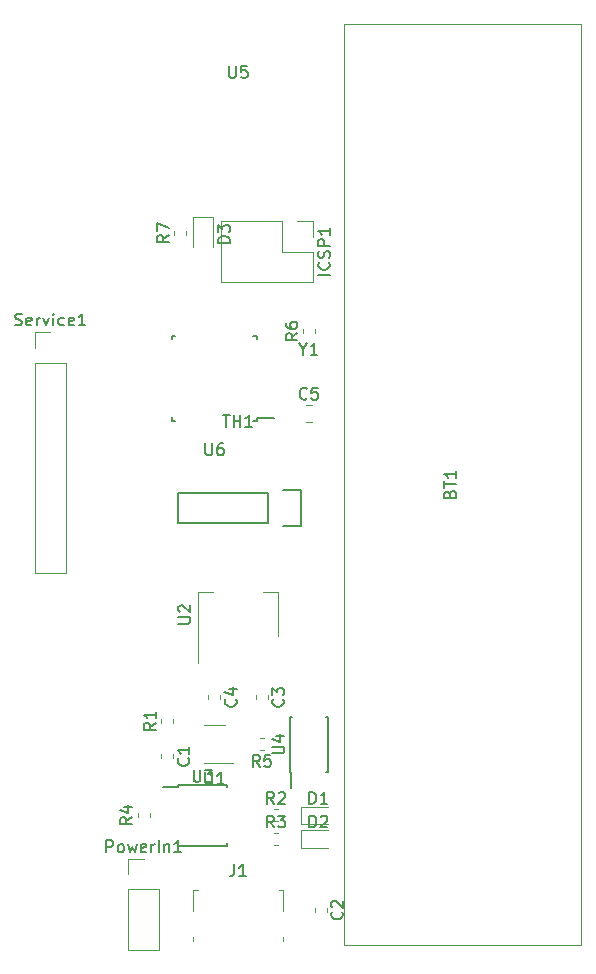
<source format=gbr>
G04 #@! TF.GenerationSoftware,KiCad,Pcbnew,5.1.5-1.fc30*
G04 #@! TF.CreationDate,2020-09-01T08:29:50+02:00*
G04 #@! TF.ProjectId,BeaconTemperature,42656163-6f6e-4546-956d-706572617475,rev?*
G04 #@! TF.SameCoordinates,Original*
G04 #@! TF.FileFunction,Legend,Top*
G04 #@! TF.FilePolarity,Positive*
%FSLAX46Y46*%
G04 Gerber Fmt 4.6, Leading zero omitted, Abs format (unit mm)*
G04 Created by KiCad (PCBNEW 5.1.5-1.fc30) date 2020-09-01 08:29:50*
%MOMM*%
%LPD*%
G04 APERTURE LIST*
%ADD10C,0.120000*%
%ADD11C,0.150000*%
G04 APERTURE END LIST*
D10*
X125670000Y-86670000D02*
X127000000Y-86670000D01*
X125670000Y-88000000D02*
X125670000Y-86670000D01*
X125670000Y-89270000D02*
X128330000Y-89270000D01*
X128330000Y-89270000D02*
X128330000Y-94410000D01*
X125670000Y-89270000D02*
X125670000Y-94410000D01*
X125670000Y-94410000D02*
X128330000Y-94410000D01*
X117770000Y-42070000D02*
X119100000Y-42070000D01*
X117770000Y-43400000D02*
X117770000Y-42070000D01*
X117770000Y-44670000D02*
X120430000Y-44670000D01*
X120430000Y-44670000D02*
X120430000Y-62510000D01*
X117770000Y-44670000D02*
X117770000Y-62510000D01*
X117770000Y-62510000D02*
X120430000Y-62510000D01*
X164050000Y-16000000D02*
X164050000Y-94000000D01*
X164050000Y-94000000D02*
X143950000Y-94000000D01*
X143950000Y-94000000D02*
X143950000Y-16000000D01*
X143950000Y-16000000D02*
X164050000Y-16000000D01*
X140741422Y-49710000D02*
X141258578Y-49710000D01*
X140741422Y-48290000D02*
X141258578Y-48290000D01*
X132850000Y-32300000D02*
X132850000Y-34850000D01*
X131150000Y-32300000D02*
X131150000Y-34850000D01*
X132850000Y-32300000D02*
X131150000Y-32300000D01*
D11*
X129925000Y-80425000D02*
X129925000Y-80625000D01*
X134075000Y-80425000D02*
X134075000Y-80625000D01*
X134075000Y-85575000D02*
X134075000Y-85375000D01*
X129925000Y-85575000D02*
X129925000Y-85375000D01*
X129925000Y-80425000D02*
X134075000Y-80425000D01*
X129925000Y-85575000D02*
X134075000Y-85575000D01*
X129925000Y-80625000D02*
X128625000Y-80625000D01*
X139475000Y-79325000D02*
X139475000Y-80675000D01*
X142625000Y-79325000D02*
X142625000Y-74675000D01*
X139375000Y-79325000D02*
X139375000Y-74675000D01*
X142625000Y-79325000D02*
X142425000Y-79325000D01*
X142625000Y-74675000D02*
X142425000Y-74675000D01*
X139375000Y-74675000D02*
X139575000Y-74675000D01*
X139375000Y-79325000D02*
X139475000Y-79325000D01*
D10*
X131590000Y-70100000D02*
X131590000Y-64090000D01*
X138410000Y-67850000D02*
X138410000Y-64090000D01*
X131590000Y-64090000D02*
X132850000Y-64090000D01*
X138410000Y-64090000D02*
X137150000Y-64090000D01*
X132100000Y-78610000D02*
X134550000Y-78610000D01*
X133900000Y-75390000D02*
X132100000Y-75390000D01*
D11*
X138810000Y-58524000D02*
X140334000Y-58524000D01*
X140334000Y-58524000D02*
X140334000Y-55476000D01*
X140334000Y-55476000D02*
X138810000Y-55476000D01*
X137540000Y-58270000D02*
X129920000Y-58270000D01*
X129920000Y-58270000D02*
X129920000Y-55730000D01*
X129920000Y-55730000D02*
X137540000Y-55730000D01*
X137540000Y-55730000D02*
X137540000Y-58270000D01*
D10*
X130610000Y-33862779D02*
X130610000Y-33537221D01*
X129590000Y-33862779D02*
X129590000Y-33537221D01*
X141510000Y-42162779D02*
X141510000Y-41837221D01*
X140490000Y-42162779D02*
X140490000Y-41837221D01*
X131190000Y-93600000D02*
X131190000Y-93340000D01*
X131190000Y-91060000D02*
X131190000Y-89290000D01*
X131190000Y-89290000D02*
X131570000Y-89290000D01*
X138810000Y-89290000D02*
X138810000Y-91060000D01*
X138810000Y-93340000D02*
X138810000Y-93600000D01*
X138810000Y-89290000D02*
X138430000Y-89290000D01*
X141330000Y-32670000D02*
X141330000Y-34000000D01*
X140000000Y-32670000D02*
X141330000Y-32670000D01*
X141330000Y-35270000D02*
X141330000Y-37870000D01*
X138730000Y-35270000D02*
X141330000Y-35270000D01*
X138730000Y-32670000D02*
X138730000Y-35270000D01*
X141330000Y-37870000D02*
X133590000Y-37870000D01*
X138730000Y-32670000D02*
X133590000Y-32670000D01*
X133590000Y-32670000D02*
X133590000Y-37870000D01*
X132490000Y-72837221D02*
X132490000Y-73162779D01*
X133510000Y-72837221D02*
X133510000Y-73162779D01*
X136490000Y-72837221D02*
X136490000Y-73162779D01*
X137510000Y-72837221D02*
X137510000Y-73162779D01*
D11*
X136625000Y-49400000D02*
X138050000Y-49400000D01*
X129375000Y-49625000D02*
X129700000Y-49625000D01*
X129375000Y-42375000D02*
X129700000Y-42375000D01*
X136625000Y-42375000D02*
X136300000Y-42375000D01*
X136625000Y-49625000D02*
X136300000Y-49625000D01*
X136625000Y-42375000D02*
X136625000Y-42700000D01*
X129375000Y-42375000D02*
X129375000Y-42700000D01*
X129375000Y-49625000D02*
X129375000Y-49300000D01*
X136625000Y-49625000D02*
X136625000Y-49400000D01*
D10*
X137162779Y-76490000D02*
X136837221Y-76490000D01*
X137162779Y-77510000D02*
X136837221Y-77510000D01*
X127510000Y-83162779D02*
X127510000Y-82837221D01*
X126490000Y-83162779D02*
X126490000Y-82837221D01*
X138049721Y-85510000D02*
X138375279Y-85510000D01*
X138049721Y-84490000D02*
X138375279Y-84490000D01*
X138049721Y-83510000D02*
X138375279Y-83510000D01*
X138049721Y-82490000D02*
X138375279Y-82490000D01*
X129510000Y-75162779D02*
X129510000Y-74837221D01*
X128490000Y-75162779D02*
X128490000Y-74837221D01*
X140302500Y-85735000D02*
X142587500Y-85735000D01*
X140302500Y-84265000D02*
X140302500Y-85735000D01*
X142587500Y-84265000D02*
X140302500Y-84265000D01*
X140302500Y-83735000D02*
X142587500Y-83735000D01*
X140302500Y-82265000D02*
X140302500Y-83735000D01*
X142587500Y-82265000D02*
X140302500Y-82265000D01*
X141490000Y-90837221D02*
X141490000Y-91162779D01*
X142510000Y-90837221D02*
X142510000Y-91162779D01*
X128490000Y-77837221D02*
X128490000Y-78162779D01*
X129510000Y-77837221D02*
X129510000Y-78162779D01*
D11*
X123857142Y-86122380D02*
X123857142Y-85122380D01*
X124238095Y-85122380D01*
X124333333Y-85170000D01*
X124380952Y-85217619D01*
X124428571Y-85312857D01*
X124428571Y-85455714D01*
X124380952Y-85550952D01*
X124333333Y-85598571D01*
X124238095Y-85646190D01*
X123857142Y-85646190D01*
X125000000Y-86122380D02*
X124904761Y-86074761D01*
X124857142Y-86027142D01*
X124809523Y-85931904D01*
X124809523Y-85646190D01*
X124857142Y-85550952D01*
X124904761Y-85503333D01*
X125000000Y-85455714D01*
X125142857Y-85455714D01*
X125238095Y-85503333D01*
X125285714Y-85550952D01*
X125333333Y-85646190D01*
X125333333Y-85931904D01*
X125285714Y-86027142D01*
X125238095Y-86074761D01*
X125142857Y-86122380D01*
X125000000Y-86122380D01*
X125666666Y-85455714D02*
X125857142Y-86122380D01*
X126047619Y-85646190D01*
X126238095Y-86122380D01*
X126428571Y-85455714D01*
X127190476Y-86074761D02*
X127095238Y-86122380D01*
X126904761Y-86122380D01*
X126809523Y-86074761D01*
X126761904Y-85979523D01*
X126761904Y-85598571D01*
X126809523Y-85503333D01*
X126904761Y-85455714D01*
X127095238Y-85455714D01*
X127190476Y-85503333D01*
X127238095Y-85598571D01*
X127238095Y-85693809D01*
X126761904Y-85789047D01*
X127666666Y-86122380D02*
X127666666Y-85455714D01*
X127666666Y-85646190D02*
X127714285Y-85550952D01*
X127761904Y-85503333D01*
X127857142Y-85455714D01*
X127952380Y-85455714D01*
X128285714Y-86122380D02*
X128285714Y-85122380D01*
X128761904Y-85455714D02*
X128761904Y-86122380D01*
X128761904Y-85550952D02*
X128809523Y-85503333D01*
X128904761Y-85455714D01*
X129047619Y-85455714D01*
X129142857Y-85503333D01*
X129190476Y-85598571D01*
X129190476Y-86122380D01*
X130190476Y-86122380D02*
X129619047Y-86122380D01*
X129904761Y-86122380D02*
X129904761Y-85122380D01*
X129809523Y-85265238D01*
X129714285Y-85360476D01*
X129619047Y-85408095D01*
X116123809Y-41474761D02*
X116266666Y-41522380D01*
X116504761Y-41522380D01*
X116600000Y-41474761D01*
X116647619Y-41427142D01*
X116695238Y-41331904D01*
X116695238Y-41236666D01*
X116647619Y-41141428D01*
X116600000Y-41093809D01*
X116504761Y-41046190D01*
X116314285Y-40998571D01*
X116219047Y-40950952D01*
X116171428Y-40903333D01*
X116123809Y-40808095D01*
X116123809Y-40712857D01*
X116171428Y-40617619D01*
X116219047Y-40570000D01*
X116314285Y-40522380D01*
X116552380Y-40522380D01*
X116695238Y-40570000D01*
X117504761Y-41474761D02*
X117409523Y-41522380D01*
X117219047Y-41522380D01*
X117123809Y-41474761D01*
X117076190Y-41379523D01*
X117076190Y-40998571D01*
X117123809Y-40903333D01*
X117219047Y-40855714D01*
X117409523Y-40855714D01*
X117504761Y-40903333D01*
X117552380Y-40998571D01*
X117552380Y-41093809D01*
X117076190Y-41189047D01*
X117980952Y-41522380D02*
X117980952Y-40855714D01*
X117980952Y-41046190D02*
X118028571Y-40950952D01*
X118076190Y-40903333D01*
X118171428Y-40855714D01*
X118266666Y-40855714D01*
X118504761Y-40855714D02*
X118742857Y-41522380D01*
X118980952Y-40855714D01*
X119361904Y-41522380D02*
X119361904Y-40855714D01*
X119361904Y-40522380D02*
X119314285Y-40570000D01*
X119361904Y-40617619D01*
X119409523Y-40570000D01*
X119361904Y-40522380D01*
X119361904Y-40617619D01*
X120266666Y-41474761D02*
X120171428Y-41522380D01*
X119980952Y-41522380D01*
X119885714Y-41474761D01*
X119838095Y-41427142D01*
X119790476Y-41331904D01*
X119790476Y-41046190D01*
X119838095Y-40950952D01*
X119885714Y-40903333D01*
X119980952Y-40855714D01*
X120171428Y-40855714D01*
X120266666Y-40903333D01*
X121076190Y-41474761D02*
X120980952Y-41522380D01*
X120790476Y-41522380D01*
X120695238Y-41474761D01*
X120647619Y-41379523D01*
X120647619Y-40998571D01*
X120695238Y-40903333D01*
X120790476Y-40855714D01*
X120980952Y-40855714D01*
X121076190Y-40903333D01*
X121123809Y-40998571D01*
X121123809Y-41093809D01*
X120647619Y-41189047D01*
X122076190Y-41522380D02*
X121504761Y-41522380D01*
X121790476Y-41522380D02*
X121790476Y-40522380D01*
X121695238Y-40665238D01*
X121600000Y-40760476D01*
X121504761Y-40808095D01*
X152928571Y-55785714D02*
X152976190Y-55642857D01*
X153023809Y-55595238D01*
X153119047Y-55547619D01*
X153261904Y-55547619D01*
X153357142Y-55595238D01*
X153404761Y-55642857D01*
X153452380Y-55738095D01*
X153452380Y-56119047D01*
X152452380Y-56119047D01*
X152452380Y-55785714D01*
X152500000Y-55690476D01*
X152547619Y-55642857D01*
X152642857Y-55595238D01*
X152738095Y-55595238D01*
X152833333Y-55642857D01*
X152880952Y-55690476D01*
X152928571Y-55785714D01*
X152928571Y-56119047D01*
X152452380Y-55261904D02*
X152452380Y-54690476D01*
X153452380Y-54976190D02*
X152452380Y-54976190D01*
X153452380Y-53833333D02*
X153452380Y-54404761D01*
X153452380Y-54119047D02*
X152452380Y-54119047D01*
X152595238Y-54214285D01*
X152690476Y-54309523D01*
X152738095Y-54404761D01*
X140833333Y-47707142D02*
X140785714Y-47754761D01*
X140642857Y-47802380D01*
X140547619Y-47802380D01*
X140404761Y-47754761D01*
X140309523Y-47659523D01*
X140261904Y-47564285D01*
X140214285Y-47373809D01*
X140214285Y-47230952D01*
X140261904Y-47040476D01*
X140309523Y-46945238D01*
X140404761Y-46850000D01*
X140547619Y-46802380D01*
X140642857Y-46802380D01*
X140785714Y-46850000D01*
X140833333Y-46897619D01*
X141738095Y-46802380D02*
X141261904Y-46802380D01*
X141214285Y-47278571D01*
X141261904Y-47230952D01*
X141357142Y-47183333D01*
X141595238Y-47183333D01*
X141690476Y-47230952D01*
X141738095Y-47278571D01*
X141785714Y-47373809D01*
X141785714Y-47611904D01*
X141738095Y-47707142D01*
X141690476Y-47754761D01*
X141595238Y-47802380D01*
X141357142Y-47802380D01*
X141261904Y-47754761D01*
X141214285Y-47707142D01*
X134302380Y-34538095D02*
X133302380Y-34538095D01*
X133302380Y-34300000D01*
X133350000Y-34157142D01*
X133445238Y-34061904D01*
X133540476Y-34014285D01*
X133730952Y-33966666D01*
X133873809Y-33966666D01*
X134064285Y-34014285D01*
X134159523Y-34061904D01*
X134254761Y-34157142D01*
X134302380Y-34300000D01*
X134302380Y-34538095D01*
X133302380Y-33633333D02*
X133302380Y-33014285D01*
X133683333Y-33347619D01*
X133683333Y-33204761D01*
X133730952Y-33109523D01*
X133778571Y-33061904D01*
X133873809Y-33014285D01*
X134111904Y-33014285D01*
X134207142Y-33061904D01*
X134254761Y-33109523D01*
X134302380Y-33204761D01*
X134302380Y-33490476D01*
X134254761Y-33585714D01*
X134207142Y-33633333D01*
X131238095Y-79152380D02*
X131238095Y-79961904D01*
X131285714Y-80057142D01*
X131333333Y-80104761D01*
X131428571Y-80152380D01*
X131619047Y-80152380D01*
X131714285Y-80104761D01*
X131761904Y-80057142D01*
X131809523Y-79961904D01*
X131809523Y-79152380D01*
X132190476Y-79152380D02*
X132809523Y-79152380D01*
X132476190Y-79533333D01*
X132619047Y-79533333D01*
X132714285Y-79580952D01*
X132761904Y-79628571D01*
X132809523Y-79723809D01*
X132809523Y-79961904D01*
X132761904Y-80057142D01*
X132714285Y-80104761D01*
X132619047Y-80152380D01*
X132333333Y-80152380D01*
X132238095Y-80104761D01*
X132190476Y-80057142D01*
X140523809Y-43526190D02*
X140523809Y-44002380D01*
X140190476Y-43002380D02*
X140523809Y-43526190D01*
X140857142Y-43002380D01*
X141714285Y-44002380D02*
X141142857Y-44002380D01*
X141428571Y-44002380D02*
X141428571Y-43002380D01*
X141333333Y-43145238D01*
X141238095Y-43240476D01*
X141142857Y-43288095D01*
X134238095Y-19552380D02*
X134238095Y-20361904D01*
X134285714Y-20457142D01*
X134333333Y-20504761D01*
X134428571Y-20552380D01*
X134619047Y-20552380D01*
X134714285Y-20504761D01*
X134761904Y-20457142D01*
X134809523Y-20361904D01*
X134809523Y-19552380D01*
X135761904Y-19552380D02*
X135285714Y-19552380D01*
X135238095Y-20028571D01*
X135285714Y-19980952D01*
X135380952Y-19933333D01*
X135619047Y-19933333D01*
X135714285Y-19980952D01*
X135761904Y-20028571D01*
X135809523Y-20123809D01*
X135809523Y-20361904D01*
X135761904Y-20457142D01*
X135714285Y-20504761D01*
X135619047Y-20552380D01*
X135380952Y-20552380D01*
X135285714Y-20504761D01*
X135238095Y-20457142D01*
X137902380Y-77761904D02*
X138711904Y-77761904D01*
X138807142Y-77714285D01*
X138854761Y-77666666D01*
X138902380Y-77571428D01*
X138902380Y-77380952D01*
X138854761Y-77285714D01*
X138807142Y-77238095D01*
X138711904Y-77190476D01*
X137902380Y-77190476D01*
X138235714Y-76285714D02*
X138902380Y-76285714D01*
X137854761Y-76523809D02*
X138569047Y-76761904D01*
X138569047Y-76142857D01*
X129952380Y-66761904D02*
X130761904Y-66761904D01*
X130857142Y-66714285D01*
X130904761Y-66666666D01*
X130952380Y-66571428D01*
X130952380Y-66380952D01*
X130904761Y-66285714D01*
X130857142Y-66238095D01*
X130761904Y-66190476D01*
X129952380Y-66190476D01*
X130047619Y-65761904D02*
X130000000Y-65714285D01*
X129952380Y-65619047D01*
X129952380Y-65380952D01*
X130000000Y-65285714D01*
X130047619Y-65238095D01*
X130142857Y-65190476D01*
X130238095Y-65190476D01*
X130380952Y-65238095D01*
X130952380Y-65809523D01*
X130952380Y-65190476D01*
X132238095Y-79352380D02*
X132238095Y-80161904D01*
X132285714Y-80257142D01*
X132333333Y-80304761D01*
X132428571Y-80352380D01*
X132619047Y-80352380D01*
X132714285Y-80304761D01*
X132761904Y-80257142D01*
X132809523Y-80161904D01*
X132809523Y-79352380D01*
X133809523Y-80352380D02*
X133238095Y-80352380D01*
X133523809Y-80352380D02*
X133523809Y-79352380D01*
X133428571Y-79495238D01*
X133333333Y-79590476D01*
X133238095Y-79638095D01*
X133714285Y-49102380D02*
X134285714Y-49102380D01*
X134000000Y-50102380D02*
X134000000Y-49102380D01*
X134619047Y-50102380D02*
X134619047Y-49102380D01*
X134619047Y-49578571D02*
X135190476Y-49578571D01*
X135190476Y-50102380D02*
X135190476Y-49102380D01*
X136190476Y-50102380D02*
X135619047Y-50102380D01*
X135904761Y-50102380D02*
X135904761Y-49102380D01*
X135809523Y-49245238D01*
X135714285Y-49340476D01*
X135619047Y-49388095D01*
X129122380Y-33866666D02*
X128646190Y-34200000D01*
X129122380Y-34438095D02*
X128122380Y-34438095D01*
X128122380Y-34057142D01*
X128170000Y-33961904D01*
X128217619Y-33914285D01*
X128312857Y-33866666D01*
X128455714Y-33866666D01*
X128550952Y-33914285D01*
X128598571Y-33961904D01*
X128646190Y-34057142D01*
X128646190Y-34438095D01*
X128122380Y-33533333D02*
X128122380Y-32866666D01*
X129122380Y-33295238D01*
X140022380Y-42166666D02*
X139546190Y-42500000D01*
X140022380Y-42738095D02*
X139022380Y-42738095D01*
X139022380Y-42357142D01*
X139070000Y-42261904D01*
X139117619Y-42214285D01*
X139212857Y-42166666D01*
X139355714Y-42166666D01*
X139450952Y-42214285D01*
X139498571Y-42261904D01*
X139546190Y-42357142D01*
X139546190Y-42738095D01*
X139022380Y-41309523D02*
X139022380Y-41500000D01*
X139070000Y-41595238D01*
X139117619Y-41642857D01*
X139260476Y-41738095D01*
X139450952Y-41785714D01*
X139831904Y-41785714D01*
X139927142Y-41738095D01*
X139974761Y-41690476D01*
X140022380Y-41595238D01*
X140022380Y-41404761D01*
X139974761Y-41309523D01*
X139927142Y-41261904D01*
X139831904Y-41214285D01*
X139593809Y-41214285D01*
X139498571Y-41261904D01*
X139450952Y-41309523D01*
X139403333Y-41404761D01*
X139403333Y-41595238D01*
X139450952Y-41690476D01*
X139498571Y-41738095D01*
X139593809Y-41785714D01*
X134666666Y-87152380D02*
X134666666Y-87866666D01*
X134619047Y-88009523D01*
X134523809Y-88104761D01*
X134380952Y-88152380D01*
X134285714Y-88152380D01*
X135666666Y-88152380D02*
X135095238Y-88152380D01*
X135380952Y-88152380D02*
X135380952Y-87152380D01*
X135285714Y-87295238D01*
X135190476Y-87390476D01*
X135095238Y-87438095D01*
X142782380Y-37222380D02*
X141782380Y-37222380D01*
X142687142Y-36174761D02*
X142734761Y-36222380D01*
X142782380Y-36365238D01*
X142782380Y-36460476D01*
X142734761Y-36603333D01*
X142639523Y-36698571D01*
X142544285Y-36746190D01*
X142353809Y-36793809D01*
X142210952Y-36793809D01*
X142020476Y-36746190D01*
X141925238Y-36698571D01*
X141830000Y-36603333D01*
X141782380Y-36460476D01*
X141782380Y-36365238D01*
X141830000Y-36222380D01*
X141877619Y-36174761D01*
X142734761Y-35793809D02*
X142782380Y-35650952D01*
X142782380Y-35412857D01*
X142734761Y-35317619D01*
X142687142Y-35270000D01*
X142591904Y-35222380D01*
X142496666Y-35222380D01*
X142401428Y-35270000D01*
X142353809Y-35317619D01*
X142306190Y-35412857D01*
X142258571Y-35603333D01*
X142210952Y-35698571D01*
X142163333Y-35746190D01*
X142068095Y-35793809D01*
X141972857Y-35793809D01*
X141877619Y-35746190D01*
X141830000Y-35698571D01*
X141782380Y-35603333D01*
X141782380Y-35365238D01*
X141830000Y-35222380D01*
X142782380Y-34793809D02*
X141782380Y-34793809D01*
X141782380Y-34412857D01*
X141830000Y-34317619D01*
X141877619Y-34270000D01*
X141972857Y-34222380D01*
X142115714Y-34222380D01*
X142210952Y-34270000D01*
X142258571Y-34317619D01*
X142306190Y-34412857D01*
X142306190Y-34793809D01*
X142782380Y-33270000D02*
X142782380Y-33841428D01*
X142782380Y-33555714D02*
X141782380Y-33555714D01*
X141925238Y-33650952D01*
X142020476Y-33746190D01*
X142068095Y-33841428D01*
X134787142Y-73166666D02*
X134834761Y-73214285D01*
X134882380Y-73357142D01*
X134882380Y-73452380D01*
X134834761Y-73595238D01*
X134739523Y-73690476D01*
X134644285Y-73738095D01*
X134453809Y-73785714D01*
X134310952Y-73785714D01*
X134120476Y-73738095D01*
X134025238Y-73690476D01*
X133930000Y-73595238D01*
X133882380Y-73452380D01*
X133882380Y-73357142D01*
X133930000Y-73214285D01*
X133977619Y-73166666D01*
X134215714Y-72309523D02*
X134882380Y-72309523D01*
X133834761Y-72547619D02*
X134549047Y-72785714D01*
X134549047Y-72166666D01*
X138787142Y-73166666D02*
X138834761Y-73214285D01*
X138882380Y-73357142D01*
X138882380Y-73452380D01*
X138834761Y-73595238D01*
X138739523Y-73690476D01*
X138644285Y-73738095D01*
X138453809Y-73785714D01*
X138310952Y-73785714D01*
X138120476Y-73738095D01*
X138025238Y-73690476D01*
X137930000Y-73595238D01*
X137882380Y-73452380D01*
X137882380Y-73357142D01*
X137930000Y-73214285D01*
X137977619Y-73166666D01*
X137882380Y-72833333D02*
X137882380Y-72214285D01*
X138263333Y-72547619D01*
X138263333Y-72404761D01*
X138310952Y-72309523D01*
X138358571Y-72261904D01*
X138453809Y-72214285D01*
X138691904Y-72214285D01*
X138787142Y-72261904D01*
X138834761Y-72309523D01*
X138882380Y-72404761D01*
X138882380Y-72690476D01*
X138834761Y-72785714D01*
X138787142Y-72833333D01*
X132238095Y-51502380D02*
X132238095Y-52311904D01*
X132285714Y-52407142D01*
X132333333Y-52454761D01*
X132428571Y-52502380D01*
X132619047Y-52502380D01*
X132714285Y-52454761D01*
X132761904Y-52407142D01*
X132809523Y-52311904D01*
X132809523Y-51502380D01*
X133714285Y-51502380D02*
X133523809Y-51502380D01*
X133428571Y-51550000D01*
X133380952Y-51597619D01*
X133285714Y-51740476D01*
X133238095Y-51930952D01*
X133238095Y-52311904D01*
X133285714Y-52407142D01*
X133333333Y-52454761D01*
X133428571Y-52502380D01*
X133619047Y-52502380D01*
X133714285Y-52454761D01*
X133761904Y-52407142D01*
X133809523Y-52311904D01*
X133809523Y-52073809D01*
X133761904Y-51978571D01*
X133714285Y-51930952D01*
X133619047Y-51883333D01*
X133428571Y-51883333D01*
X133333333Y-51930952D01*
X133285714Y-51978571D01*
X133238095Y-52073809D01*
X136833333Y-78882380D02*
X136500000Y-78406190D01*
X136261904Y-78882380D02*
X136261904Y-77882380D01*
X136642857Y-77882380D01*
X136738095Y-77930000D01*
X136785714Y-77977619D01*
X136833333Y-78072857D01*
X136833333Y-78215714D01*
X136785714Y-78310952D01*
X136738095Y-78358571D01*
X136642857Y-78406190D01*
X136261904Y-78406190D01*
X137738095Y-77882380D02*
X137261904Y-77882380D01*
X137214285Y-78358571D01*
X137261904Y-78310952D01*
X137357142Y-78263333D01*
X137595238Y-78263333D01*
X137690476Y-78310952D01*
X137738095Y-78358571D01*
X137785714Y-78453809D01*
X137785714Y-78691904D01*
X137738095Y-78787142D01*
X137690476Y-78834761D01*
X137595238Y-78882380D01*
X137357142Y-78882380D01*
X137261904Y-78834761D01*
X137214285Y-78787142D01*
X126022380Y-83166666D02*
X125546190Y-83500000D01*
X126022380Y-83738095D02*
X125022380Y-83738095D01*
X125022380Y-83357142D01*
X125070000Y-83261904D01*
X125117619Y-83214285D01*
X125212857Y-83166666D01*
X125355714Y-83166666D01*
X125450952Y-83214285D01*
X125498571Y-83261904D01*
X125546190Y-83357142D01*
X125546190Y-83738095D01*
X125355714Y-82309523D02*
X126022380Y-82309523D01*
X124974761Y-82547619D02*
X125689047Y-82785714D01*
X125689047Y-82166666D01*
X138045833Y-84022380D02*
X137712500Y-83546190D01*
X137474404Y-84022380D02*
X137474404Y-83022380D01*
X137855357Y-83022380D01*
X137950595Y-83070000D01*
X137998214Y-83117619D01*
X138045833Y-83212857D01*
X138045833Y-83355714D01*
X137998214Y-83450952D01*
X137950595Y-83498571D01*
X137855357Y-83546190D01*
X137474404Y-83546190D01*
X138379166Y-83022380D02*
X138998214Y-83022380D01*
X138664880Y-83403333D01*
X138807738Y-83403333D01*
X138902976Y-83450952D01*
X138950595Y-83498571D01*
X138998214Y-83593809D01*
X138998214Y-83831904D01*
X138950595Y-83927142D01*
X138902976Y-83974761D01*
X138807738Y-84022380D01*
X138522023Y-84022380D01*
X138426785Y-83974761D01*
X138379166Y-83927142D01*
X138045833Y-82022380D02*
X137712500Y-81546190D01*
X137474404Y-82022380D02*
X137474404Y-81022380D01*
X137855357Y-81022380D01*
X137950595Y-81070000D01*
X137998214Y-81117619D01*
X138045833Y-81212857D01*
X138045833Y-81355714D01*
X137998214Y-81450952D01*
X137950595Y-81498571D01*
X137855357Y-81546190D01*
X137474404Y-81546190D01*
X138426785Y-81117619D02*
X138474404Y-81070000D01*
X138569642Y-81022380D01*
X138807738Y-81022380D01*
X138902976Y-81070000D01*
X138950595Y-81117619D01*
X138998214Y-81212857D01*
X138998214Y-81308095D01*
X138950595Y-81450952D01*
X138379166Y-82022380D01*
X138998214Y-82022380D01*
X128022380Y-75166666D02*
X127546190Y-75500000D01*
X128022380Y-75738095D02*
X127022380Y-75738095D01*
X127022380Y-75357142D01*
X127070000Y-75261904D01*
X127117619Y-75214285D01*
X127212857Y-75166666D01*
X127355714Y-75166666D01*
X127450952Y-75214285D01*
X127498571Y-75261904D01*
X127546190Y-75357142D01*
X127546190Y-75738095D01*
X128022380Y-74214285D02*
X128022380Y-74785714D01*
X128022380Y-74500000D02*
X127022380Y-74500000D01*
X127165238Y-74595238D01*
X127260476Y-74690476D01*
X127308095Y-74785714D01*
X141049404Y-84022380D02*
X141049404Y-83022380D01*
X141287500Y-83022380D01*
X141430357Y-83070000D01*
X141525595Y-83165238D01*
X141573214Y-83260476D01*
X141620833Y-83450952D01*
X141620833Y-83593809D01*
X141573214Y-83784285D01*
X141525595Y-83879523D01*
X141430357Y-83974761D01*
X141287500Y-84022380D01*
X141049404Y-84022380D01*
X142001785Y-83117619D02*
X142049404Y-83070000D01*
X142144642Y-83022380D01*
X142382738Y-83022380D01*
X142477976Y-83070000D01*
X142525595Y-83117619D01*
X142573214Y-83212857D01*
X142573214Y-83308095D01*
X142525595Y-83450952D01*
X141954166Y-84022380D01*
X142573214Y-84022380D01*
X141049404Y-82022380D02*
X141049404Y-81022380D01*
X141287500Y-81022380D01*
X141430357Y-81070000D01*
X141525595Y-81165238D01*
X141573214Y-81260476D01*
X141620833Y-81450952D01*
X141620833Y-81593809D01*
X141573214Y-81784285D01*
X141525595Y-81879523D01*
X141430357Y-81974761D01*
X141287500Y-82022380D01*
X141049404Y-82022380D01*
X142573214Y-82022380D02*
X142001785Y-82022380D01*
X142287500Y-82022380D02*
X142287500Y-81022380D01*
X142192261Y-81165238D01*
X142097023Y-81260476D01*
X142001785Y-81308095D01*
X143787142Y-91166666D02*
X143834761Y-91214285D01*
X143882380Y-91357142D01*
X143882380Y-91452380D01*
X143834761Y-91595238D01*
X143739523Y-91690476D01*
X143644285Y-91738095D01*
X143453809Y-91785714D01*
X143310952Y-91785714D01*
X143120476Y-91738095D01*
X143025238Y-91690476D01*
X142930000Y-91595238D01*
X142882380Y-91452380D01*
X142882380Y-91357142D01*
X142930000Y-91214285D01*
X142977619Y-91166666D01*
X142977619Y-90785714D02*
X142930000Y-90738095D01*
X142882380Y-90642857D01*
X142882380Y-90404761D01*
X142930000Y-90309523D01*
X142977619Y-90261904D01*
X143072857Y-90214285D01*
X143168095Y-90214285D01*
X143310952Y-90261904D01*
X143882380Y-90833333D01*
X143882380Y-90214285D01*
X130787142Y-78166666D02*
X130834761Y-78214285D01*
X130882380Y-78357142D01*
X130882380Y-78452380D01*
X130834761Y-78595238D01*
X130739523Y-78690476D01*
X130644285Y-78738095D01*
X130453809Y-78785714D01*
X130310952Y-78785714D01*
X130120476Y-78738095D01*
X130025238Y-78690476D01*
X129930000Y-78595238D01*
X129882380Y-78452380D01*
X129882380Y-78357142D01*
X129930000Y-78214285D01*
X129977619Y-78166666D01*
X130882380Y-77214285D02*
X130882380Y-77785714D01*
X130882380Y-77500000D02*
X129882380Y-77500000D01*
X130025238Y-77595238D01*
X130120476Y-77690476D01*
X130168095Y-77785714D01*
M02*

</source>
